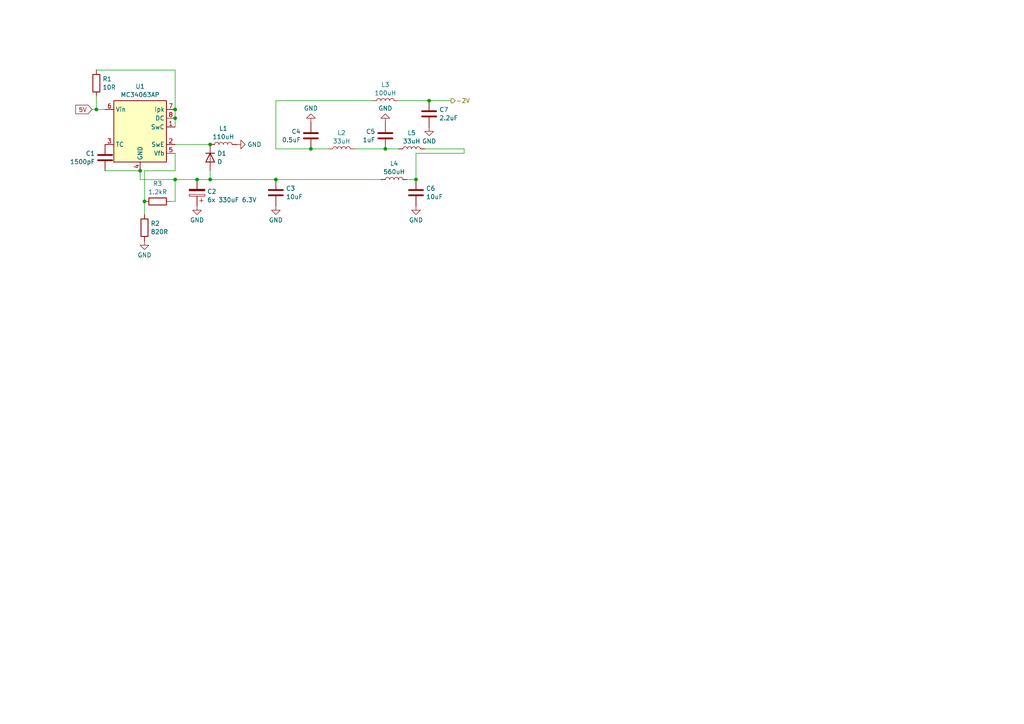
<source format=kicad_sch>
(kicad_sch (version 20231120) (generator "eeschema") (generator_version "8.0")
  (paper "A4")
  (lib_symbols
    (symbol "Device:C" (pin_numbers hide) (pin_names (offset 0.254))
      (property "Reference" "C" (at 0.635 2.54 0))
      (property "Value" "C" (at 0.635 -2.54 0))
      (symbol "C_0_1"
        (polyline (pts (xy -2.032 -0.762) (xy 2.032 -0.762)) (stroke (width 0.508)))
        (polyline (pts (xy -2.032 0.762) (xy 2.032 0.762)) (stroke (width 0.508)))
      )
      (symbol "C_1_1"
        (pin passive line (at 0 3.81 270) (length 2.794) (name "~") (number "1"))
        (pin passive line (at 0 -3.81 90) (length 2.794) (name "~") (number "2"))
      )
    )
    (symbol "Device:C_Polarized" (pin_numbers hide) (pin_names (offset 0.254))
      (property "Reference" "C" (at 0.635 2.54 0))
      (property "Value" "C_Polarized" (at 0.635 -2.54 0))
      (symbol "C_Polarized_0_1"
        (rectangle (start -2.286 0.508) (end 2.286 1.016))
        (polyline (pts (xy -1.778 2.286) (xy -0.762 2.286)))
        (polyline (pts (xy -1.27 2.794) (xy -1.27 1.778)))
        (rectangle (start 2.286 -0.508) (end -2.286 -1.016) (fill (type outline)))
      )
      (symbol "C_Polarized_1_1"
        (pin passive line (at 0 3.81 270) (length 2.794) (name "~") (number "1"))
        (pin passive line (at 0 -3.81 90) (length 2.794) (name "~") (number "2"))
      )
    )
    (symbol "Device:D" (pin_numbers hide) (pin_names (offset 1.016) hide)
      (property "Reference" "D" (at 0 2.54 0))
      (property "Value" "D" (at 0 -2.54 0))
      (symbol "D_0_1"
        (polyline (pts (xy -1.27 1.27) (xy -1.27 -1.27)) (stroke (width 0.254)))
        (polyline (pts (xy 1.27 0) (xy -1.27 0)))
        (polyline (pts (xy 1.27 1.27) (xy 1.27 -1.27) (xy -1.27 0) (xy 1.27 1.27)) (stroke (width 0.254)))
      )
      (symbol "D_1_1"
        (pin passive line (at -3.81 0 0) (length 2.54) (name "K") (number "1"))
        (pin passive line (at 3.81 0 180) (length 2.54) (name "A") (number "2"))
      )
    )
    (symbol "Device:L" (pin_numbers hide) (pin_names (offset 1.016) hide)
      (property "Reference" "L" (at -1.27 0 90))
      (property "Value" "L" (at 1.905 0 90))
      (symbol "L_0_1"
        (arc (start 0 -2.54) (mid 0.6323 -1.905) (end 0 -1.27))
        (arc (start 0 -1.27) (mid 0.6323 -0.635) (end 0 0))
        (arc (start 0 0) (mid 0.6323 0.635) (end 0 1.27))
        (arc (start 0 1.27) (mid 0.6323 1.905) (end 0 2.54))
      )
      (symbol "L_1_1"
        (pin passive line (at 0 3.81 270) (length 1.27) (name "1") (number "1"))
        (pin passive line (at 0 -3.81 90) (length 1.27) (name "2") (number "2"))
      )
    )
    (symbol "Device:R" (pin_numbers hide) (pin_names (offset 0))
      (property "Reference" "R" (at 2.032 0 90))
      (property "Value" "R" (at 0 0 90))
      (symbol "R_0_1"
        (rectangle (start -1.016 -2.54) (end 1.016 2.54) (stroke (width 0.254)))
      )
      (symbol "R_1_1"
        (pin passive line (at 0 3.81 270) (length 1.27) (name "~") (number "1"))
        (pin passive line (at 0 -3.81 90) (length 1.27) (name "~") (number "2"))
      )
    )
    (symbol "Regulator_Switching:MC34063AP"
      (property "Reference" "U" (at -7.62 8.89 0))
      (property "Value" "MC34063AP" (at 0 8.89 0))
      (symbol "MC34063AP_0_1"
        (rectangle (start -7.62 7.62) (end 7.62 -10.16) (stroke (width 0.254)) (fill (type background)))
      )
      (symbol "MC34063AP_1_1"
        (pin open_collector line (at 10.16 0 180) (length 2.54) (name "SwC") (number "1"))
        (pin open_emitter line (at 10.16 -5.08 180) (length 2.54) (name "SwE") (number "2"))
        (pin passive line (at -10.16 -5.08 0) (length 2.54) (name "TC") (number "3"))
        (pin power_in line (at 0 -12.7 90) (length 2.54) (name "GND") (number "4"))
        (pin input line (at 10.16 -7.62 180) (length 2.54) (name "Vfb") (number "5"))
        (pin power_in line (at -10.16 5.08 0) (length 2.54) (name "Vin") (number "6"))
        (pin input line (at 10.16 5.08 180) (length 2.54) (name "Ipk") (number "7"))
        (pin open_collector line (at 10.16 2.54 180) (length 2.54) (name "DC") (number "8"))
      )
    )
    (symbol "power:GND" (power) (pin_numbers hide) (pin_names (offset 0) hide)
      (property "Value" "GND" (at 0 -3.81 0))
      (symbol "GND_0_1"
        (polyline (pts (xy 0 0) (xy 0 -1.27) (xy 1.27 -1.27) (xy 0 -2.54) (xy -1.27 -1.27) (xy 0 -1.27)))
      )
      (symbol "GND_1_1"
        (pin power_in line (at 0 0 270) (length 0) (name "~") (number "1"))
      )
    )
  )
  (junction (at 50.8 34.29))
  (junction (at 60.96 41.91))
  (junction (at 120.65 52.07))
  (junction (at 111.76 43.18))
  (junction (at 27.94 31.75))
  (junction (at 80.01 52.07))
  (junction (at 60.96 52.07))
  (junction (at 50.8 52.07))
  (junction (at 50.8 31.75))
  (junction (at 57.15 52.07))
  (junction (at 40.64 49.53))
  (junction (at 41.91 58.42))
  (junction (at 90.17 43.18))
  (junction (at 124.46 29.21))
  (wire (pts (xy 80.01 29.21) (xy 107.95 29.21)))
  (wire (pts (xy 50.8 58.42) (xy 49.53 58.42)))
  (wire (pts (xy 80.01 43.18) (xy 90.17 43.18)))
  (wire (pts (xy 111.76 43.18) (xy 115.57 43.18)))
  (wire (pts (xy 120.65 44.45) (xy 120.65 52.07)))
  (wire (pts (xy 27.94 27.94) (xy 27.94 31.75)))
  (wire (pts (xy 124.46 29.21) (xy 130.81 29.21)))
  (wire (pts (xy 41.91 49.53) (xy 50.8 49.53)))
  (wire (pts (xy 102.87 43.18) (xy 111.76 43.18)))
  (wire (pts (xy 60.96 52.07) (xy 60.96 49.53)))
  (wire (pts (xy 50.8 52.07) (xy 50.8 58.42)))
  (wire (pts (xy 40.64 52.07) (xy 50.8 52.07)))
  (wire (pts (xy 50.8 49.53) (xy 50.8 44.45)))
  (wire (pts (xy 50.8 34.29) (xy 50.8 36.83)))
  (wire (pts (xy 27.94 31.75) (xy 30.48 31.75)))
  (wire (pts (xy 40.64 49.53) (xy 40.64 52.07)))
  (wire (pts (xy 80.01 43.18) (xy 80.01 29.21)))
  (wire (pts (xy 115.57 29.21) (xy 124.46 29.21)))
  (wire (pts (xy 57.15 52.07) (xy 60.96 52.07)))
  (wire (pts (xy 41.91 58.42) (xy 41.91 62.23)))
  (wire (pts (xy 118.11 52.07) (xy 120.65 52.07)))
  (wire (pts (xy 50.8 41.91) (xy 60.96 41.91)))
  (wire (pts (xy 90.17 43.18) (xy 95.25 43.18)))
  (wire (pts (xy 30.48 49.53) (xy 40.64 49.53)))
  (wire (pts (xy 134.62 44.45) (xy 120.65 44.45)))
  (wire (pts (xy 50.8 20.32) (xy 50.8 31.75)))
  (wire (pts (xy 26.67 31.75) (xy 27.94 31.75)))
  (wire (pts (xy 123.19 43.18) (xy 134.62 43.18)))
  (wire (pts (xy 134.62 43.18) (xy 134.62 44.45)))
  (wire (pts (xy 50.8 34.29) (xy 50.8 31.75)))
  (wire (pts (xy 80.01 52.07) (xy 110.49 52.07)))
  (wire (pts (xy 41.91 58.42) (xy 41.91 49.53)))
  (wire (pts (xy 50.8 52.07) (xy 57.15 52.07)))
  (wire (pts (xy 60.96 52.07) (xy 80.01 52.07)))
  (wire (pts (xy 27.94 20.32) (xy 50.8 20.32)))
  (global_label "5V" (shape input) (at 26.67 31.75 180) (property "Intersheetrefs" "${INTERSHEET_REFS}" (effects (hide yes))))
  (hierarchical_label "-2V" (shape output) (at 130.81 29.21 0))
  (symbol (lib_id "Device:R") (at 45.72 58.42 90) (unit 1)
    (property "Reference" "R3" (at 45.72 53.2595 90))
    (property "Value" "1.2kR" (at 45.72 55.6838 90))
    (property "Description" "Resistor" (effects (hide yes)))
  )
  (symbol (lib_id "Device:C") (at 124.46 33.02 0) (unit 1)
    (property "Reference" "C7" (at 127.381 31.8078 0) (effects (justify left)))
    (property "Value" "2.2uF" (at 127.381 34.2321 0) (effects (justify left)))
    (property "Description" "Unpolarized capacitor" (effects (hide yes)))
  )
  (symbol (lib_id "Device:C") (at 90.17 39.37 0) (mirror y) (unit 1)
    (property "Reference" "C4" (at 87.249 38.1578 0) (effects (justify left)))
    (property "Value" "0.5uF" (at 87.249 40.5821 0) (effects (justify left)))
    (property "Description" "Unpolarized capacitor" (effects (hide yes)))
  )
  (symbol (lib_id "power:GND") (at 120.65 59.69 0) (unit 1)
    (property "Reference" "#PWR07" (effects (hide yes)))
    (property "Value" "GND" (at 120.65 63.8231 0))
    (property "Description" "Power symbol creates a global label with name \"GND\" , ground" (effects (hide yes)))
  )
  (symbol (lib_id "power:GND") (at 57.15 59.69 0) (unit 1)
    (property "Reference" "#PWR02" (effects (hide yes)))
    (property "Value" "GND" (at 57.15 63.8231 0))
    (property "Description" "Power symbol creates a global label with name \"GND\" , ground" (effects (hide yes)))
  )
  (symbol (lib_id "Device:L") (at 64.77 41.91 90) (unit 1)
    (property "Reference" "L1" (at 64.77 37.2602 90))
    (property "Value" "110uH" (at 64.77 39.6845 90))
    (property "Description" "Inductor" (effects (hide yes)))
  )
  (symbol (lib_id "Device:L") (at 99.06 43.18 90) (unit 1)
    (property "Reference" "L2" (at 99.06 38.5302 90))
    (property "Value" "33uH" (at 99.06 40.9545 90))
    (property "Description" "Inductor" (effects (hide yes)))
  )
  (symbol (lib_id "Device:D") (at 60.96 45.72 270) (unit 1)
    (property "Reference" "D1" (at 62.992 44.5078 90) (effects (justify left)))
    (property "Value" "D" (at 62.992 46.9321 90) (effects (justify left)))
    (property "Description" "Diode" (effects (hide yes)))
    (property "Sim.Device" "D" (effects (hide yes)))
    (property "Sim.Pins" "1=K 2=A" (effects (hide yes)))
  )
  (symbol (lib_id "Device:L") (at 111.76 29.21 90) (unit 1)
    (property "Reference" "L3" (at 111.76 24.5602 90))
    (property "Value" "100uH" (at 111.76 26.9845 90))
    (property "Description" "Inductor" (effects (hide yes)))
  )
  (symbol (lib_id "Device:C") (at 120.65 55.88 0) (unit 1)
    (property "Reference" "C6" (at 123.571 54.6678 0) (effects (justify left)))
    (property "Value" "10uF" (at 123.571 57.0921 0) (effects (justify left)))
    (property "Description" "Unpolarized capacitor" (effects (hide yes)))
  )
  (symbol (lib_id "power:GND") (at 68.58 41.91 90) (unit 1)
    (property "Reference" "#PWR03" (effects (hide yes)))
    (property "Value" "GND" (at 71.755 41.91 90) (effects (justify right)))
    (property "Description" "Power symbol creates a global label with name \"GND\" , ground" (effects (hide yes)))
  )
  (symbol (lib_id "Device:R") (at 41.91 66.04 0) (unit 1)
    (property "Reference" "R2" (at 43.688 64.8278 0) (effects (justify left)))
    (property "Value" "820R" (at 43.688 67.2521 0) (effects (justify left)))
    (property "Description" "Resistor" (effects (hide yes)))
  )
  (symbol (lib_id "Device:C") (at 30.48 45.72 0) (mirror y) (unit 1)
    (property "Reference" "C1" (at 27.559 44.5078 0) (effects (justify left)))
    (property "Value" "1500pF" (at 27.559 46.9321 0) (effects (justify left)))
    (property "Description" "Unpolarized capacitor" (effects (hide yes)))
  )
  (symbol (lib_id "power:GND") (at 41.91 69.85 0) (unit 1)
    (property "Reference" "#PWR01" (effects (hide yes)))
    (property "Value" "GND" (at 41.91 73.9831 0))
    (property "Description" "Power symbol creates a global label with name \"GND\" , ground" (effects (hide yes)))
  )
  (symbol (lib_id "Regulator_Switching:MC34063AP") (at 40.64 36.83 0) (unit 1)
    (property "Reference" "U1" (at 40.64 25.0655 0))
    (property "Value" "MC34063AP" (at 40.64 27.4898 0))
    (property "Footprint" "Package_DIP:DIP-8_W7.62mm" (effects (hide yes)))
    (property "Datasheet" "http://www.onsemi.com/pub_link/Collateral/MC34063A-D.PDF" (effects (hide yes)))
    (property "Description" "1.5A, step-up/down/inverting switching regulator, 3-40V Vin, 100kHz, DIP-8" (effects (hide yes)))
  )
  (symbol (lib_id "Device:L") (at 114.3 52.07 90) (unit 1)
    (property "Reference" "L4" (at 114.3 47.4202 90))
    (property "Value" "560uH" (at 114.3 49.8445 90))
    (property "Description" "Inductor" (effects (hide yes)))
  )
  (symbol (lib_id "Device:C") (at 111.76 39.37 0) (mirror y) (unit 1)
    (property "Reference" "C5" (at 108.839 38.1578 0) (effects (justify left)))
    (property "Value" "1uF" (at 108.839 40.5821 0) (effects (justify left)))
    (property "Description" "Unpolarized capacitor" (effects (hide yes)))
  )
  (symbol (lib_id "Device:R") (at 27.94 24.13 0) (unit 1)
    (property "Reference" "R1" (at 29.718 22.9178 0) (effects (justify left)))
    (property "Value" "10R" (at 29.718 25.3421 0) (effects (justify left)))
    (property "Description" "Resistor" (effects (hide yes)))
  )
  (symbol (lib_id "Device:L") (at 119.38 43.18 90) (unit 1)
    (property "Reference" "L5" (at 119.38 38.5302 90))
    (property "Value" "33uH" (at 119.38 40.9545 90))
    (property "Description" "Inductor" (effects (hide yes)))
  )
  (symbol (lib_id "power:GND") (at 80.01 59.69 0) (unit 1)
    (property "Reference" "#PWR04" (effects (hide yes)))
    (property "Value" "GND" (at 80.01 63.8231 0))
    (property "Description" "Power symbol creates a global label with name \"GND\" , ground" (effects (hide yes)))
  )
  (symbol (lib_id "power:GND") (at 90.17 35.56 180) (unit 1)
    (property "Reference" "#PWR05" (effects (hide yes)))
    (property "Value" "GND" (at 90.17 31.4269 0))
    (property "Description" "Power symbol creates a global label with name \"GND\" , ground" (effects (hide yes)))
  )
  (symbol (lib_id "power:GND") (at 124.46 36.83 0) (unit 1)
    (property "Reference" "#PWR08" (effects (hide yes)))
    (property "Value" "GND" (at 124.46 40.9631 0))
    (property "Description" "Power symbol creates a global label with name \"GND\" , ground" (effects (hide yes)))
  )
  (symbol (lib_id "Device:C") (at 80.01 55.88 0) (unit 1)
    (property "Reference" "C3" (at 82.931 54.6678 0) (effects (justify left)))
    (property "Value" "10uF" (at 82.931 57.0921 0) (effects (justify left)))
    (property "Description" "Unpolarized capacitor" (effects (hide yes)))
  )
  (symbol (lib_id "power:GND") (at 111.76 35.56 180) (unit 1)
    (property "Reference" "#PWR06" (effects (hide yes)))
    (property "Value" "GND" (at 111.76 31.4269 0))
    (property "Description" "Power symbol creates a global label with name \"GND\" , ground" (effects (hide yes)))
  )
  (symbol (lib_id "Device:C_Polarized") (at 57.15 55.88 180) (unit 1)
    (property "Reference" "C2" (at 60.071 55.5568 0) (effects (justify right)))
    (property "Value" "6x 330uF 6.3V" (at 60.071 57.9811 0) (effects (justify right)))
    (property "Description" "Polarized capacitor" (effects (hide yes)))
  )
)
</source>
